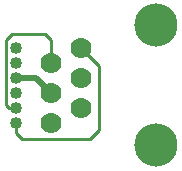
<source format=gbr>
G04 start of page 2 for group 0 idx 0 *
G04 Title: (unknown), component *
G04 Creator: pcb 20110918 *
G04 CreationDate: Mon 25 Mar 2013 03:10:27 AM GMT UTC *
G04 For: railfan *
G04 Format: Gerber/RS-274X *
G04 PCB-Dimensions: 65000 63000 *
G04 PCB-Coordinate-Origin: lower left *
%MOIN*%
%FSLAX25Y25*%
%LNTOP*%
%ADD18C,0.1280*%
%ADD17C,0.0350*%
%ADD16C,0.0240*%
%ADD15C,0.1440*%
%ADD14C,0.0700*%
%ADD13C,0.0400*%
%ADD12C,0.0200*%
%ADD11C,0.0100*%
G54D11*X3000Y46500D02*X5000Y48500D01*
X16000D01*
G54D12*X6500Y34000D02*X13000D01*
X18000Y29000D01*
G54D11*X6500Y24000D02*X4000D01*
X3000Y25000D01*
Y46500D01*
X18000D02*Y39000D01*
X16000Y48500D02*X18000Y46500D01*
X6500Y19000D02*Y15500D01*
X8500Y13500D01*
X31000D01*
X34000Y16500D01*
Y38000D01*
X28000Y44000D01*
G54D13*X6500Y29000D03*
Y24000D03*
Y19000D03*
G54D14*X18000D03*
G54D13*X6500Y44000D03*
Y39000D03*
Y34000D03*
G54D14*X28000Y24000D03*
G54D15*X53000Y11500D03*
G54D14*X18000Y29000D03*
X28000Y34000D03*
Y44000D03*
G54D15*X53000Y51500D03*
G54D14*X18000Y39000D03*
G54D16*G54D17*G54D16*G54D17*G54D18*G54D17*G54D18*G54D17*M02*

</source>
